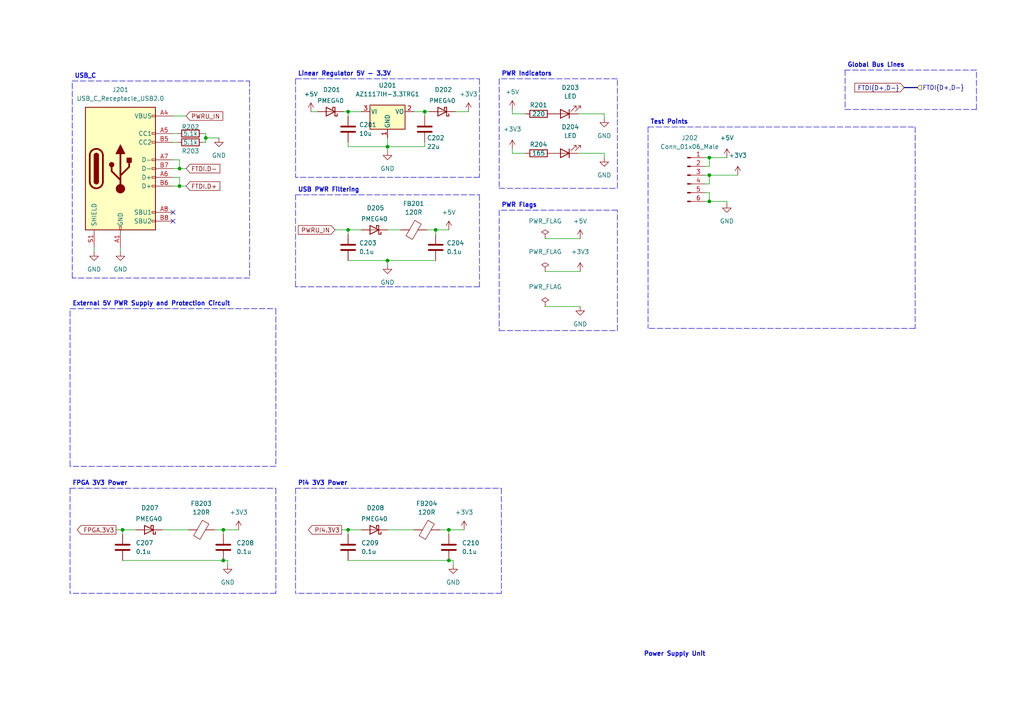
<source format=kicad_sch>
(kicad_sch (version 20211123) (generator eeschema)
  (paper "A4")
  (lib_symbols
    (symbol "Connector:Conn_01x06_Male" (pin_names (offset 1.016) hide)
      (property "Reference" "J" (at 0 7.62 0))
      (property "Value" "Conn_01x06_Male" (at 0 -10.16 0))
      (symbol "Conn_01x06_Male_1_1"
        (polyline (pts (xy 1.27 -7.62) (xy 0.8636 -7.62)) (stroke (width 0.1524)))
        (polyline (pts (xy 1.27 -5.08) (xy 0.8636 -5.08)) (stroke (width 0.1524)))
        (polyline (pts (xy 1.27 -2.54) (xy 0.8636 -2.54)) (stroke (width 0.1524)))
        (polyline (pts (xy 1.27 0) (xy 0.8636 0)) (stroke (width 0.1524)))
        (polyline (pts (xy 1.27 2.54) (xy 0.8636 2.54)) (stroke (width 0.1524)))
        (polyline (pts (xy 1.27 5.08) (xy 0.8636 5.08)) (stroke (width 0.1524)))
        (rectangle (start 0.8636 -7.493) (end 0 -7.747) (stroke (width 0.1524)) (fill (type outline)))
        (rectangle (start 0.8636 -4.953) (end 0 -5.207) (stroke (width 0.1524)) (fill (type outline)))
        (rectangle (start 0.8636 -2.413) (end 0 -2.667) (stroke (width 0.1524)) (fill (type outline)))
        (rectangle (start 0.8636 0.127) (end 0 -0.127) (stroke (width 0.1524)) (fill (type outline)))
        (rectangle (start 0.8636 2.667) (end 0 2.413) (stroke (width 0.1524)) (fill (type outline)))
        (rectangle (start 0.8636 5.207) (end 0 4.953) (stroke (width 0.1524)) (fill (type outline)))
        (pin passive line (at 5.08 5.08 180) (length 3.81) (name "Pin_1") (number "1"))
        (pin passive line (at 5.08 2.54 180) (length 3.81) (name "Pin_2") (number "2"))
        (pin passive line (at 5.08 0 180) (length 3.81) (name "Pin_3") (number "3"))
        (pin passive line (at 5.08 -2.54 180) (length 3.81) (name "Pin_4") (number "4"))
        (pin passive line (at 5.08 -5.08 180) (length 3.81) (name "Pin_5") (number "5"))
        (pin passive line (at 5.08 -7.62 180) (length 3.81) (name "Pin_6") (number "6"))
      )
    )
    (symbol "Connector:USB_C_Receptacle_USB2.0" (pin_names (offset 1.016))
      (property "Reference" "J" (at -10.16 19.05 0))
      (property "Value" "USB_C_Receptacle_USB2.0" (at 19.05 19.05 0))
      (symbol "USB_C_Receptacle_USB2.0_0_0"
        (rectangle (start -0.254 -17.78) (end 0.254 -16.764))
        (rectangle (start 10.16 -14.986) (end 9.144 -15.494))
        (rectangle (start 10.16 -12.446) (end 9.144 -12.954))
        (rectangle (start 10.16 -4.826) (end 9.144 -5.334))
        (rectangle (start 10.16 -2.286) (end 9.144 -2.794))
        (rectangle (start 10.16 0.254) (end 9.144 -0.254))
        (rectangle (start 10.16 2.794) (end 9.144 2.286))
        (rectangle (start 10.16 7.874) (end 9.144 7.366))
        (rectangle (start 10.16 10.414) (end 9.144 9.906))
        (rectangle (start 10.16 15.494) (end 9.144 14.986))
      )
      (symbol "USB_C_Receptacle_USB2.0_0_1"
        (rectangle (start -10.16 17.78) (end 10.16 -17.78) (stroke (width 0.254)) (fill (type background)))
        (arc (start -8.89 -3.81) (mid -6.985 -5.715) (end -5.08 -3.81) (stroke (width 0.508)))
        (arc (start -7.62 -3.81) (mid -6.985 -4.445) (end -6.35 -3.81) (stroke (width 0.254)))
        (arc (start -7.62 -3.81) (mid -6.985 -4.445) (end -6.35 -3.81) (stroke (width 0.254)) (fill (type outline)))
        (rectangle (start -7.62 -3.81) (end -6.35 3.81) (stroke (width 0.254)) (fill (type outline)))
        (arc (start -6.35 3.81) (mid -6.985 4.445) (end -7.62 3.81) (stroke (width 0.254)))
        (arc (start -6.35 3.81) (mid -6.985 4.445) (end -7.62 3.81) (stroke (width 0.254)) (fill (type outline)))
        (arc (start -5.08 3.81) (mid -6.985 5.715) (end -8.89 3.81) (stroke (width 0.508)))
        (circle (center -2.54 1.143) (radius 0.635) (stroke (width 0.254)) (fill (type outline)))
        (circle (center 0 -5.842) (radius 1.27) (fill (type outline)))
        (polyline (pts (xy -8.89 -3.81) (xy -8.89 3.81)) (stroke (width 0.508)))
        (polyline (pts (xy -5.08 3.81) (xy -5.08 -3.81)) (stroke (width 0.508)))
        (polyline (pts (xy 0 -5.842) (xy 0 4.318)) (stroke (width 0.508)))
        (polyline (pts (xy 0 -3.302) (xy -2.54 -0.762) (xy -2.54 0.508)) (stroke (width 0.508)))
        (polyline (pts (xy 0 -2.032) (xy 2.54 0.508) (xy 2.54 1.778)) (stroke (width 0.508)))
        (polyline (pts (xy -1.27 4.318) (xy 0 6.858) (xy 1.27 4.318) (xy -1.27 4.318)) (stroke (width 0.254)) (fill (type outline)))
        (rectangle (start 1.905 1.778) (end 3.175 3.048) (stroke (width 0.254)) (fill (type outline)))
      )
      (symbol "USB_C_Receptacle_USB2.0_1_1"
        (pin passive line (at 0 -22.86 90) (length 5.08) (name "GND") (number "A1"))
        (pin passive line (at 0 -22.86 90) (length 5.08) hide (name "GND") (number "A12"))
        (pin passive line (at 15.24 15.24 180) (length 5.08) (name "VBUS") (number "A4"))
        (pin bidirectional line (at 15.24 10.16 180) (length 5.08) (name "CC1") (number "A5"))
        (pin bidirectional line (at 15.24 -2.54 180) (length 5.08) (name "D+") (number "A6"))
        (pin bidirectional line (at 15.24 2.54 180) (length 5.08) (name "D-") (number "A7"))
        (pin bidirectional line (at 15.24 -12.7 180) (length 5.08) (name "SBU1") (number "A8"))
        (pin passive line (at 15.24 15.24 180) (length 5.08) hide (name "VBUS") (number "A9"))
        (pin passive line (at 0 -22.86 90) (length 5.08) hide (name "GND") (number "B1"))
        (pin passive line (at 0 -22.86 90) (length 5.08) hide (name "GND") (number "B12"))
        (pin passive line (at 15.24 15.24 180) (length 5.08) hide (name "VBUS") (number "B4"))
        (pin bidirectional line (at 15.24 7.62 180) (length 5.08) (name "CC2") (number "B5"))
        (pin bidirectional line (at 15.24 -5.08 180) (length 5.08) (name "D+") (number "B6"))
        (pin bidirectional line (at 15.24 0 180) (length 5.08) (name "D-") (number "B7"))
        (pin bidirectional line (at 15.24 -15.24 180) (length 5.08) (name "SBU2") (number "B8"))
        (pin passive line (at 15.24 15.24 180) (length 5.08) hide (name "VBUS") (number "B9"))
        (pin passive line (at -7.62 -22.86 90) (length 5.08) (name "SHIELD") (number "S1"))
      )
    )
    (symbol "Device:C" (pin_numbers hide) (pin_names (offset 0.254))
      (property "Reference" "C" (at 0.635 2.54 0))
      (property "Value" "C" (at 0.635 -2.54 0))
      (symbol "C_0_1"
        (polyline (pts (xy -2.032 -0.762) (xy 2.032 -0.762)) (stroke (width 0.508)))
        (polyline (pts (xy -2.032 0.762) (xy 2.032 0.762)) (stroke (width 0.508)))
      )
      (symbol "C_1_1"
        (pin passive line (at 0 3.81 270) (length 2.794) (name "~") (number "1"))
        (pin passive line (at 0 -3.81 90) (length 2.794) (name "~") (number "2"))
      )
    )
    (symbol "Device:D_Schottky" (pin_numbers hide) (pin_names (offset 1.016) hide)
      (property "Reference" "D" (at 0 2.54 0))
      (property "Value" "D_Schottky" (at 0 -2.54 0))
      (symbol "D_Schottky_0_1"
        (polyline (pts (xy 1.27 0) (xy -1.27 0)))
        (polyline (pts (xy 1.27 1.27) (xy 1.27 -1.27) (xy -1.27 0) (xy 1.27 1.27)) (stroke (width 0.254)))
        (polyline (pts (xy -1.905 0.635) (xy -1.905 1.27) (xy -1.27 1.27) (xy -1.27 -1.27) (xy -0.635 -1.27) (xy -0.635 -0.635)) (stroke (width 0.254)))
      )
      (symbol "D_Schottky_1_1"
        (pin passive line (at -3.81 0 0) (length 2.54) (name "K") (number "1"))
        (pin passive line (at 3.81 0 180) (length 2.54) (name "A") (number "2"))
      )
    )
    (symbol "Device:FerriteBead" (pin_numbers hide) (pin_names (offset 0))
      (property "Reference" "FB" (at -3.81 0.635 90))
      (property "Value" "FerriteBead" (at 3.81 0 90))
      (symbol "FerriteBead_0_1"
        (polyline (pts (xy 0 -1.27) (xy 0 -1.2192)))
        (polyline (pts (xy 0 1.27) (xy 0 1.2954)))
        (polyline (pts (xy -2.7686 0.4064) (xy -1.7018 2.2606) (xy 2.7686 -0.3048) (xy 1.6764 -2.159) (xy -2.7686 0.4064)))
      )
      (symbol "FerriteBead_1_1"
        (pin passive line (at 0 3.81 270) (length 2.54) (name "~") (number "1"))
        (pin passive line (at 0 -3.81 90) (length 2.54) (name "~") (number "2"))
      )
    )
    (symbol "Device:LED" (pin_numbers hide) (pin_names (offset 1.016) hide)
      (property "Reference" "D" (at 0 2.54 0))
      (property "Value" "LED" (at 0 -2.54 0))
      (symbol "LED_0_1"
        (polyline (pts (xy -1.27 -1.27) (xy -1.27 1.27)) (stroke (width 0.254)))
        (polyline (pts (xy -1.27 0) (xy 1.27 0)))
        (polyline (pts (xy 1.27 -1.27) (xy 1.27 1.27) (xy -1.27 0) (xy 1.27 -1.27)) (stroke (width 0.254)))
        (polyline (pts (xy -3.048 -0.762) (xy -4.572 -2.286) (xy -3.81 -2.286) (xy -4.572 -2.286) (xy -4.572 -1.524)))
        (polyline (pts (xy -1.778 -0.762) (xy -3.302 -2.286) (xy -2.54 -2.286) (xy -3.302 -2.286) (xy -3.302 -1.524)))
      )
      (symbol "LED_1_1"
        (pin passive line (at -3.81 0 0) (length 2.54) (name "K") (number "1"))
        (pin passive line (at 3.81 0 180) (length 2.54) (name "A") (number "2"))
      )
    )
    (symbol "Device:R" (pin_numbers hide) (pin_names (offset 0))
      (property "Reference" "R" (at 2.032 0 90))
      (property "Value" "R" (at 0 0 90))
      (symbol "R_0_1"
        (rectangle (start -1.016 -2.54) (end 1.016 2.54) (stroke (width 0.254)))
      )
      (symbol "R_1_1"
        (pin passive line (at 0 3.81 270) (length 1.27) (name "~") (number "1"))
        (pin passive line (at 0 -3.81 90) (length 1.27) (name "~") (number "2"))
      )
    )
    (symbol "Regulator_Linear:AZ1117-3.3" (pin_names (offset 0.254))
      (property "Reference" "U201" (at 0 7.62 0))
      (property "Value" "AZ1117IH-3.3TRG1" (at 0 5.08 0))
      (symbol "AZ1117-3.3_0_1"
        (rectangle (start -5.08 1.905) (end 5.08 -5.08) (stroke (width 0.254)) (fill (type background)))
      )
      (symbol "AZ1117-3.3_1_1"
        (pin power_in line (at 0 -7.62 90) (length 2.54) (name "GND") (number "1"))
        (pin output line (at 7.62 0 180) (length 2.54) (name "VO") (number "2"))
        (pin input line (at -7.62 0 0) (length 2.54) (name "VI") (number "3"))
      )
    )
    (symbol "power:+3V3" (power) (pin_names (offset 0))
      (property "Value" "+3V3" (at 0 3.556 0))
      (symbol "+3V3_0_1"
        (polyline (pts (xy -0.762 1.27) (xy 0 2.54)))
        (polyline (pts (xy 0 0) (xy 0 2.54)))
        (polyline (pts (xy 0 2.54) (xy 0.762 1.27)))
      )
      (symbol "+3V3_1_1"
        (pin power_in line (at 0 0 90) (length 0) hide (name "+3V3") (number "1"))
      )
    )
    (symbol "power:+5V" (power) (pin_names (offset 0))
      (property "Value" "+5V" (at 0 3.556 0))
      (symbol "+5V_0_1"
        (polyline (pts (xy -0.762 1.27) (xy 0 2.54)))
        (polyline (pts (xy 0 0) (xy 0 2.54)))
        (polyline (pts (xy 0 2.54) (xy 0.762 1.27)))
      )
      (symbol "+5V_1_1"
        (pin power_in line (at 0 0 90) (length 0) hide (name "+5V") (number "1"))
      )
    )
    (symbol "power:GND" (power) (pin_names (offset 0))
      (property "Value" "GND" (at 0 -3.81 0))
      (symbol "GND_0_1"
        (polyline (pts (xy 0 0) (xy 0 -1.27) (xy 1.27 -1.27) (xy 0 -2.54) (xy -1.27 -1.27) (xy 0 -1.27)))
      )
      (symbol "GND_1_1"
        (pin power_in line (at 0 0 270) (length 0) hide (name "GND") (number "1"))
      )
    )
    (symbol "power:PWR_FLAG" (power) (pin_numbers hide) (pin_names (offset 0) hide)
      (property "Value" "PWR_FLAG" (at 0 3.81 0))
      (symbol "PWR_FLAG_0_0"
        (pin power_out line (at 0 0 90) (length 0) (name "pwr") (number "1"))
      )
      (symbol "PWR_FLAG_0_1"
        (polyline (pts (xy 0 0) (xy 0 1.27) (xy -1.016 1.905) (xy 0 2.54) (xy 1.016 1.905) (xy 0 1.27)))
      )
    )
  )
  (junction (at 205.74 58.42))
  (junction (at 112.395 75.565))
  (junction (at 52.07 53.975))
  (junction (at 100.965 153.67))
  (junction (at 52.07 48.895))
  (junction (at 130.175 153.67))
  (junction (at 130.175 162.56))
  (junction (at 205.74 45.72))
  (junction (at 64.77 162.56))
  (junction (at 35.56 153.67))
  (junction (at 123.19 32.385))
  (junction (at 112.395 42.545))
  (junction (at 64.77 153.67))
  (junction (at 205.74 50.8))
  (junction (at 100.965 32.385))
  (junction (at 100.965 66.675))
  (junction (at 59.69 40.005))
  (junction (at 126.365 66.675))
  (no_connect (at 50.165 61.595))
  (no_connect (at 50.165 64.135))
  (polyline (pts (xy 72.39 80.645) (xy 20.955 80.645)))
  (wire (pts (xy 205.74 53.34) (xy 205.74 50.8)))
  (polyline (pts (xy 85.725 141.605) (xy 85.725 172.085)))
  (polyline (pts (xy 145.415 141.605) (xy 145.415 172.085)))
  (polyline (pts (xy 20.955 23.495) (xy 72.39 23.495)))
  (wire (pts (xy 59.69 40.005) (xy 63.5 40.005)))
  (polyline (pts (xy 283.21 31.75) (xy 283.21 20.32)))
  (wire (pts (xy 90.17 32.385) (xy 92.075 32.385)))
  (wire (pts (xy 204.47 48.26) (xy 205.74 48.26)))
  (wire (pts (xy 52.07 48.895) (xy 53.975 48.895)))
  (bus (pts (xy 262.255 25.4) (xy 266.065 25.4)))
  (wire (pts (xy 66.04 162.56) (xy 64.77 162.56)))
  (polyline (pts (xy 245.11 20.32) (xy 245.11 31.75)))
  (wire (pts (xy 204.47 45.72) (xy 205.74 45.72)))
  (polyline (pts (xy 85.725 141.605) (xy 145.415 141.605)))
  (polyline (pts (xy 283.21 20.32) (xy 245.11 20.32)))
  (wire (pts (xy 64.77 153.67) (xy 64.77 154.94)))
  (wire (pts (xy 97.155 66.675) (xy 100.965 66.675)))
  (polyline (pts (xy 179.07 54.61) (xy 179.07 22.86)))
  (wire (pts (xy 120.015 32.385) (xy 123.19 32.385)))
  (wire (pts (xy 99.06 153.67) (xy 100.965 153.67)))
  (polyline (pts (xy 265.43 95.25) (xy 187.96 95.25)))
  (polyline (pts (xy 144.78 95.885) (xy 179.07 95.885)))
  (wire (pts (xy 27.305 71.755) (xy 27.305 73.025)))
  (wire (pts (xy 148.59 44.45) (xy 152.4 44.45)))
  (polyline (pts (xy 20.32 89.535) (xy 80.01 89.535)))
  (wire (pts (xy 112.395 153.67) (xy 120.015 153.67)))
  (polyline (pts (xy 144.78 54.61) (xy 179.07 54.61)))
  (polyline (pts (xy 187.96 36.83) (xy 187.96 95.25)))
  (wire (pts (xy 204.47 50.8) (xy 205.74 50.8)))
  (wire (pts (xy 112.395 75.565) (xy 126.365 75.565)))
  (wire (pts (xy 123.19 32.385) (xy 123.19 33.655)))
  (wire (pts (xy 100.965 153.67) (xy 104.775 153.67)))
  (wire (pts (xy 35.56 153.67) (xy 35.56 154.94)))
  (polyline (pts (xy 139.065 83.185) (xy 85.725 83.185)))
  (wire (pts (xy 52.07 46.355) (xy 52.07 48.895)))
  (wire (pts (xy 35.56 162.56) (xy 64.77 162.56)))
  (wire (pts (xy 148.59 33.02) (xy 152.4 33.02)))
  (wire (pts (xy 59.69 38.735) (xy 59.69 40.005)))
  (wire (pts (xy 100.965 153.67) (xy 100.965 154.94)))
  (wire (pts (xy 205.74 45.72) (xy 210.82 45.72)))
  (wire (pts (xy 59.69 40.005) (xy 59.69 41.275)))
  (wire (pts (xy 148.59 43.18) (xy 148.59 44.45)))
  (polyline (pts (xy 20.955 80.645) (xy 20.955 23.495)))
  (wire (pts (xy 204.47 53.34) (xy 205.74 53.34)))
  (wire (pts (xy 100.965 32.385) (xy 100.965 33.655)))
  (wire (pts (xy 50.165 48.895) (xy 52.07 48.895)))
  (wire (pts (xy 69.215 153.67) (xy 64.77 153.67)))
  (wire (pts (xy 34.925 71.755) (xy 34.925 73.025)))
  (wire (pts (xy 134.62 153.67) (xy 130.175 153.67)))
  (wire (pts (xy 100.965 75.565) (xy 112.395 75.565)))
  (wire (pts (xy 50.165 38.735) (xy 51.435 38.735)))
  (wire (pts (xy 175.26 33.02) (xy 175.26 34.29)))
  (wire (pts (xy 50.165 51.435) (xy 52.07 51.435)))
  (wire (pts (xy 175.26 44.45) (xy 175.26 45.72)))
  (wire (pts (xy 158.115 88.9) (xy 168.275 88.9)))
  (polyline (pts (xy 187.96 36.83) (xy 265.43 36.83)))
  (wire (pts (xy 100.965 42.545) (xy 112.395 42.545)))
  (polyline (pts (xy 179.07 22.86) (xy 144.78 22.86)))
  (wire (pts (xy 204.47 55.88) (xy 205.74 55.88)))
  (wire (pts (xy 50.165 41.275) (xy 51.435 41.275)))
  (wire (pts (xy 33.655 153.67) (xy 35.56 153.67)))
  (polyline (pts (xy 139.065 56.515) (xy 139.065 83.185)))
  (wire (pts (xy 62.23 153.67) (xy 64.77 153.67)))
  (wire (pts (xy 112.395 42.545) (xy 112.395 40.005)))
  (wire (pts (xy 131.445 163.83) (xy 131.445 162.56)))
  (wire (pts (xy 123.825 66.675) (xy 126.365 66.675)))
  (wire (pts (xy 126.365 66.675) (xy 126.365 67.945)))
  (polyline (pts (xy 85.725 22.86) (xy 85.725 51.435)))
  (polyline (pts (xy 144.78 60.96) (xy 144.78 95.885)))
  (wire (pts (xy 158.115 69.215) (xy 168.275 69.215)))
  (polyline (pts (xy 90.17 22.86) (xy 139.065 22.86)))
  (wire (pts (xy 99.695 32.385) (xy 100.965 32.385)))
  (wire (pts (xy 59.055 38.735) (xy 59.69 38.735)))
  (wire (pts (xy 126.365 66.675) (xy 130.175 66.675)))
  (wire (pts (xy 112.395 75.565) (xy 112.395 76.835)))
  (wire (pts (xy 112.395 42.545) (xy 123.19 42.545)))
  (polyline (pts (xy 245.11 31.75) (xy 283.21 31.75)))
  (polyline (pts (xy 80.01 172.085) (xy 20.32 172.085)))
  (wire (pts (xy 205.74 50.8) (xy 213.995 50.8)))
  (wire (pts (xy 100.965 66.675) (xy 104.775 66.675)))
  (wire (pts (xy 52.07 51.435) (xy 52.07 53.975)))
  (polyline (pts (xy 265.43 36.83) (xy 265.43 95.25)))
  (wire (pts (xy 100.965 32.385) (xy 104.775 32.385)))
  (polyline (pts (xy 80.01 135.255) (xy 20.32 135.255)))
  (wire (pts (xy 50.165 33.655) (xy 53.975 33.655)))
  (wire (pts (xy 123.19 32.385) (xy 124.46 32.385)))
  (polyline (pts (xy 20.32 141.605) (xy 80.01 141.605)))
  (polyline (pts (xy 85.725 22.86) (xy 90.17 22.86)))
  (polyline (pts (xy 20.32 141.605) (xy 20.32 172.085)))
  (wire (pts (xy 131.445 162.56) (xy 130.175 162.56)))
  (wire (pts (xy 100.965 41.275) (xy 100.965 42.545)))
  (wire (pts (xy 148.59 31.75) (xy 148.59 33.02)))
  (polyline (pts (xy 80.01 141.605) (xy 80.01 172.085)))
  (polyline (pts (xy 139.065 22.86) (xy 139.065 51.435)))
  (wire (pts (xy 167.64 33.02) (xy 175.26 33.02)))
  (polyline (pts (xy 80.01 89.535) (xy 80.01 135.255)))
  (polyline (pts (xy 20.32 135.255) (xy 20.32 89.535)))
  (wire (pts (xy 100.965 66.675) (xy 100.965 67.945)))
  (wire (pts (xy 205.74 48.26) (xy 205.74 45.72)))
  (wire (pts (xy 112.395 66.675) (xy 116.205 66.675)))
  (wire (pts (xy 59.69 41.275) (xy 59.055 41.275)))
  (polyline (pts (xy 144.78 22.86) (xy 144.78 54.61)))
  (wire (pts (xy 112.395 42.545) (xy 112.395 43.815)))
  (wire (pts (xy 205.74 58.42) (xy 210.82 58.42)))
  (wire (pts (xy 205.74 58.42) (xy 204.47 58.42)))
  (polyline (pts (xy 179.07 60.96) (xy 144.78 60.96)))
  (wire (pts (xy 50.165 53.975) (xy 52.07 53.975)))
  (polyline (pts (xy 145.415 172.085) (xy 85.725 172.085)))
  (wire (pts (xy 205.74 55.88) (xy 205.74 58.42)))
  (wire (pts (xy 130.175 153.67) (xy 130.175 154.94)))
  (wire (pts (xy 52.07 53.975) (xy 53.975 53.975)))
  (polyline (pts (xy 139.065 51.435) (xy 85.725 51.435)))
  (wire (pts (xy 210.82 58.42) (xy 210.82 59.055)))
  (polyline (pts (xy 179.07 95.885) (xy 179.07 60.96)))
  (wire (pts (xy 66.04 163.83) (xy 66.04 162.56)))
  (wire (pts (xy 127.635 153.67) (xy 130.175 153.67)))
  (wire (pts (xy 50.165 46.355) (xy 52.07 46.355)))
  (wire (pts (xy 158.115 78.74) (xy 168.275 78.74)))
  (wire (pts (xy 167.64 44.45) (xy 175.26 44.45)))
  (polyline (pts (xy 72.39 23.495) (xy 72.39 80.645)))
  (polyline (pts (xy 85.725 83.185) (xy 85.725 56.515)))
  (wire (pts (xy 46.99 153.67) (xy 54.61 153.67)))
  (wire (pts (xy 123.19 42.545) (xy 123.19 41.275)))
  (wire (pts (xy 35.56 153.67) (xy 39.37 153.67)))
  (wire (pts (xy 132.08 32.385) (xy 135.89 32.385)))
  (polyline (pts (xy 85.725 56.515) (xy 139.065 56.515)))
  (wire (pts (xy 100.965 162.56) (xy 130.175 162.56)))
  (text "Test Points" (at 188.595 36.195 0) (effects (font (size 1.27 1.27) (thickness 0.254) bold) (justify left bottom)))
  (text "FPGA 3V3 Power" (at 20.955 140.97 0) (effects (font (size 1.27 1.27) (thickness 0.254) bold) (justify left bottom)))
  (text "USB PWR Filtering" (at 86.36 55.88 0) (effects (font (size 1.27 1.27) (thickness 0.254) bold) (justify left bottom)))
  (text "Global Bus Lines" (at 245.745 19.685 0) (effects (font (size 1.27 1.27) (thickness 0.254) bold) (justify left bottom)))
  (text "USB_C" (at 21.59 22.86 0) (effects (font (size 1.27 1.27) (thickness 0.254) bold) (justify left bottom)))
  (text "Linear Regulator 5V - 3.3V" (at 86.36 22.225 0) (effects (font (size 1.27 1.27) bold) (justify left bottom)))
  (text "PWR Indicators" (at 145.415 22.225 0) (effects (font (size 1.27 1.27) (thickness 0.254) bold) (justify left bottom)))
  (text "External 5V PWR Supply and Protection Circuit" (at 20.955 88.9 0) (effects (font (size 1.27 1.27) (thickness 0.254) bold) (justify left bottom)))
  (text "Pi4 3V3 Power" (at 86.36 140.97 0) (effects (font (size 1.27 1.27) (thickness 0.254) bold) (justify left bottom)))
  (text "Power Supply Unit" (at 186.69 190.5 0) (effects (font (size 1.27 1.27) bold) (justify left bottom)))
  (text "PWR Flags" (at 145.415 60.325 0) (effects (font (size 1.27 1.27) (thickness 0.254) bold) (justify left bottom)))
  (global_label "PWRU_IN" (shape input) (at 97.155 66.675 180) (property "Sayfalar Arası Referanslar" "${INTERSHEET_REFS}" (effects hide)))
  (global_label "PI4.3V3" (shape output) (at 99.06 153.67 180) (property "Intersheet References" "${INTERSHEET_REFS}" (effects hide)))
  (global_label "PWRU_IN" (shape input) (at 53.975 33.655 0) (property "Sayfalar Arası Referanslar" "${INTERSHEET_REFS}" (effects hide)))
  (global_label "FPGA.3V3" (shape output) (at 33.655 153.67 180) (property "Intersheet References" "${INTERSHEET_REFS}" (effects hide)))
  (global_label "FTDI.D-" (shape input) (at 53.975 48.895 0) (property "Sayfalar Arası Referanslar" "${INTERSHEET_REFS}" (effects hide)))
  (global_label "FTDI{D+,D-}" (shape input) (at 262.255 25.4 180) (property "Sayfalar Arası Referanslar" "${INTERSHEET_REFS}" (effects hide)))
  (global_label "FTDI.D+" (shape input) (at 53.975 53.975 0) (property "Sayfalar Arası Referanslar" "${INTERSHEET_REFS}" (effects hide)))
  (hierarchical_label "FTDI{D+,D-}" (shape input) (at 266.065 25.4 0))
  (symbol (lib_id "power:+5V") (at 168.275 69.215 0) (unit 1)
    (property "Reference" "#PWR0213" (effects hide))
    (property "Value" "+5V" (at 168.275 64.135 0))
  )
  (symbol (lib_id "Device:LED") (at 163.83 44.45 180) (unit 1)
    (property "Reference" "D204" (at 165.4175 36.83 0))
    (property "Value" "LED" (at 165.4175 39.37 0))
    (property "Footprint" "LED_SMD:LED_0402_1005Metric" (effects hide))
    (property "LCSC Part Number" "C131223" (effects hide))
    (property "LCSC" "C131223" (effects hide))
  )
  (symbol (lib_id "power:GND") (at 63.5 40.005 0) (unit 1)
    (property "Reference" "#PWR0205" (effects hide))
    (property "Value" "GND" (at 63.5 45.085 0))
  )
  (symbol (lib_id "Device:FerriteBead") (at 123.825 153.67 90) (unit 1)
    (property "Reference" "FB204" (at 123.7742 146.05 90))
    (property "Value" "120R" (at 123.7742 148.59 90))
    (property "Footprint" "Inductor_SMD:L_0603_1608Metric" (effects hide))
    (property "Datasheet" "https://www.digikey.com/en/products/detail/laird-signal-integrity-products/LI0603G121R-10/806607" (effects hide))
    (property "LCSC Part Number" "C279682" (effects hide))
    (property "LCSC" "C279682" (effects hide))
  )
  (symbol (lib_id "Connector:USB_C_Receptacle_USB2.0") (at 34.925 48.895 0) (unit 1)
    (property "Reference" "J201" (at 34.925 26.035 0))
    (property "Value" "USB_C_Receptacle_USB2.0" (at 34.925 28.575 0))
    (property "Footprint" "Connector_USB:USB_C_Receptacle_HRO_TYPE-C-31-M-12" (effects hide))
    (property "Datasheet" "https://www.usb.org/sites/default/files/documents/usb_type-c.zip" (effects hide))
    (property "LCSC Part Number" "C165948" (effects hide))
    (property "LCSC" "C165948" (effects hide))
  )
  (symbol (lib_id "Device:C") (at 100.965 158.75 0) (unit 1)
    (property "Reference" "C209" (at 104.775 157.4799 0) (effects (justify left)))
    (property "Value" "0.1u" (at 104.775 160.0199 0) (effects (justify left)))
    (property "Footprint" "Capacitor_SMD:C_0402_1005Metric" (effects hide))
    (property "LCSC Part Number" "C1525" (effects hide))
    (property "LCSC" "C1525" (effects hide))
  )
  (symbol (lib_id "Device:R") (at 156.21 33.02 90) (unit 1)
    (property "Reference" "R201" (at 156.21 30.48 90))
    (property "Value" "220" (at 156.21 33.02 90))
    (property "Footprint" "Resistor_SMD:R_0402_1005Metric" (effects hide))
    (property "LCSC Part Number" "C25091" (effects hide))
    (property "LCSC" "C25091" (effects hide))
  )
  (symbol (lib_id "Device:R") (at 55.245 41.275 270) (mirror x) (unit 1)
    (property "Reference" "R203" (at 55.245 43.815 90))
    (property "Value" "5.1k" (at 55.245 41.275 90))
    (property "Footprint" "Resistor_SMD:R_0402_1005Metric" (effects hide))
    (property "LCSC Part Number" "C105872" (effects hide))
    (property "LCSC" "C105872" (effects hide))
  )
  (symbol (lib_id "power:PWR_FLAG") (at 158.115 88.9 0) (unit 1)
    (property "Reference" "#FLG0203" (effects hide))
    (property "Value" "PWR_FLAG" (at 158.115 83.185 0))
  )
  (symbol (lib_id "power:+5V") (at 130.175 66.675 0) (unit 1)
    (property "Reference" "#PWR0212" (effects hide))
    (property "Value" "+5V" (at 130.175 61.595 0))
  )
  (symbol (lib_id "Device:C") (at 130.175 158.75 0) (unit 1)
    (property "Reference" "C210" (at 133.985 157.4799 0) (effects (justify left)))
    (property "Value" "0.1u" (at 133.985 160.0199 0) (effects (justify left)))
    (property "Footprint" "Capacitor_SMD:C_0402_1005Metric" (effects hide))
    (property "LCSC Part Number" "C1525" (effects hide))
    (property "LCSC" "C1525" (effects hide))
  )
  (symbol (lib_id "Device:C") (at 100.965 37.465 0) (unit 1)
    (property "Reference" "C201" (at 104.14 36.1949 0) (effects (justify left)))
    (property "Value" "10u" (at 104.14 38.7349 0) (effects (justify left)))
    (property "Footprint" "Capacitor_SMD:C_0402_1005Metric" (effects hide))
    (property "LCSC Part Number" "C76991" (effects hide))
    (property "LCSC" "C76991" (effects hide))
  )
  (symbol (lib_id "Device:D_Schottky") (at 95.885 32.385 180) (unit 1)
    (property "Reference" "D201" (at 96.2025 26.035 0))
    (property "Value" "PMEG40" (at 95.885 29.21 0))
    (property "Footprint" "Diode_SMD:D_SOD-323" (effects hide))
    (property "Datasheet" "https://www.digikey.com/en/products/detail/nexperia-usa-inc/PMEG4010BEA-115/2531810" (effects hide))
    (property "LCSC Part Number" "C36975" (effects hide))
    (property "LCSC" "C36975" (effects hide))
  )
  (symbol (lib_id "Device:D_Schottky") (at 128.27 32.385 180) (unit 1)
    (property "Reference" "D202" (at 128.5875 26.035 0))
    (property "Value" "PMEG40" (at 128.27 29.21 0))
    (property "Footprint" "Diode_SMD:D_SOD-323" (effects hide))
    (property "Datasheet" "https://www.digikey.com/en/products/detail/nexperia-usa-inc/PMEG4010BEA-115/2531810" (effects hide))
    (property "LCSC Part Number" "C36975" (effects hide))
    (property "LCSC" "C36975" (effects hide))
  )
  (symbol (lib_id "power:+3V3") (at 135.89 32.385 0) (unit 1)
    (property "Reference" "#PWR0203" (effects hide))
    (property "Value" "+3V3" (at 135.89 27.305 0))
  )
  (symbol (lib_id "Device:C") (at 126.365 71.755 0) (unit 1)
    (property "Reference" "C204" (at 129.54 70.4849 0) (effects (justify left)))
    (property "Value" "0.1u" (at 129.54 73.0249 0) (effects (justify left)))
    (property "Footprint" "Capacitor_SMD:C_0402_1005Metric" (effects hide))
    (property "LCSC Part Number" "C1525" (effects hide))
    (property "LCSC" "C1525" (effects hide))
  )
  (symbol (lib_id "Device:C") (at 100.965 71.755 0) (unit 1)
    (property "Reference" "C203" (at 104.14 70.4849 0) (effects (justify left)))
    (property "Value" "0.1u" (at 104.14 73.0249 0) (effects (justify left)))
    (property "Footprint" "Capacitor_SMD:C_0402_1005Metric" (effects hide))
    (property "LCSC Part Number" "C1525" (effects hide))
    (property "LCSC" "C1525" (effects hide))
  )
  (symbol (lib_id "Device:D_Schottky") (at 108.585 66.675 180) (unit 1)
    (property "Reference" "D205" (at 108.9025 60.325 0))
    (property "Value" "PMEG40" (at 108.585 63.5 0))
    (property "Footprint" "Diode_SMD:D_SOD-323" (effects hide))
    (property "Datasheet" "https://www.digikey.com/en/products/detail/nexperia-usa-inc/PMEG4010BEA-115/2531810" (effects hide))
    (property "LCSC Part Number" "C36975" (effects hide))
    (property "LCSC" "C36975" (effects hide))
  )
  (symbol (lib_id "power:GND") (at 112.395 43.815 0) (unit 1)
    (property "Reference" "#PWR0207" (effects hide))
    (property "Value" "GND" (at 112.395 48.895 0))
  )
  (symbol (lib_id "Device:C") (at 123.19 37.465 0) (unit 1)
    (property "Reference" "C202" (at 123.825 40.005 0) (effects (justify left)))
    (property "Value" "22u" (at 123.825 42.545 0) (effects (justify left)))
    (property "Footprint" "Capacitor_SMD:C_0402_1005Metric" (effects hide))
    (property "LCSC Part Number" "C907955" (effects hide))
    (property "LCSC" "C907955" (effects hide))
  )
  (symbol (lib_id "power:+5V") (at 90.17 32.385 0) (unit 1)
    (property "Reference" "#PWR0202" (effects hide))
    (property "Value" "+5V" (at 90.17 27.305 0))
  )
  (symbol (lib_id "power:PWR_FLAG") (at 158.115 69.215 0) (unit 1)
    (property "Reference" "#FLG0201" (effects hide))
    (property "Value" "PWR_FLAG" (at 158.115 64.135 0))
  )
  (symbol (lib_id "power:+3V3") (at 213.995 50.8 0) (unit 1)
    (property "Reference" "#PWR0210" (effects hide))
    (property "Value" "+3V3" (at 213.995 45.085 0))
  )
  (symbol (lib_id "power:+3V3") (at 148.59 43.18 0) (unit 1)
    (property "Reference" "#PWR0206" (effects hide))
    (property "Value" "+3V3" (at 148.59 37.465 0))
  )
  (symbol (lib_id "power:GND") (at 175.26 34.29 0) (unit 1)
    (property "Reference" "#PWR0204" (effects hide))
    (property "Value" "GND" (at 175.26 39.37 0))
  )
  (symbol (lib_id "Device:FerriteBead") (at 58.42 153.67 90) (unit 1)
    (property "Reference" "FB203" (at 58.3692 146.05 90))
    (property "Value" "120R" (at 58.3692 148.59 90))
    (property "Footprint" "Inductor_SMD:L_0603_1608Metric" (effects hide))
    (property "Datasheet" "https://www.digikey.com/en/products/detail/laird-signal-integrity-products/LI0603G121R-10/806607" (effects hide))
    (property "LCSC Part Number" "C279682" (effects hide))
    (property "LCSC" "C279682" (effects hide))
  )
  (symbol (lib_id "Connector:Conn_01x06_Male") (at 199.39 50.8 0) (unit 1)
    (property "Reference" "J202" (at 200.025 40.005 0))
    (property "Value" "Conn_01x06_Male" (at 200.025 42.545 0))
    (property "Footprint" "Connector_PinHeader_2.54mm:PinHeader_1x06_P2.54mm_Vertical" (effects hide))
  )
  (symbol (lib_id "power:GND") (at 175.26 45.72 0) (unit 1)
    (property "Reference" "#PWR0208" (effects hide))
    (property "Value" "GND" (at 175.26 50.8 0))
  )
  (symbol (lib_id "power:GND") (at 131.445 163.83 0) (unit 1)
    (property "Reference" "#PWR0225" (effects hide))
    (property "Value" "GND" (at 131.445 168.91 0))
  )
  (symbol (lib_id "Regulator_Linear:AZ1117-3.3") (at 112.395 32.385 0) (unit 1)
    (property "Reference" "U201" (at 112.395 24.765 0))
    (property "Value" "AZ1117IH-3.3TRG1" (at 112.395 27.305 0))
    (property "Footprint" "Package_TO_SOT_SMD:SOT-223-3_TabPin2" (effects hide))
    (property "Datasheet" "https://www.digikey.com/en/products/detail/diodes-incorporated/AZ1117IH-3-3TRG1/5699672" (effects hide))
    (property "LCSC Part Number" "C108495" (effects hide))
    (property "LCSC" "C108495" (effects hide))
  )
  (symbol (lib_id "power:+3V3") (at 134.62 153.67 0) (unit 1)
    (property "Reference" "#PWR0223" (effects hide))
    (property "Value" "+3V3" (at 134.62 148.59 0))
  )
  (symbol (lib_id "power:+5V") (at 148.59 31.75 0) (unit 1)
    (property "Reference" "#PWR0201" (effects hide))
    (property "Value" "+5V" (at 148.59 26.67 0))
  )
  (symbol (lib_id "power:GND") (at 210.82 59.055 0) (unit 1)
    (property "Reference" "#PWR0211" (effects hide))
    (property "Value" "GND" (at 210.82 64.135 0))
  )
  (symbol (lib_id "power:+5V") (at 210.82 45.72 0) (unit 1)
    (property "Reference" "#PWR0209" (effects hide))
    (property "Value" "+5V" (at 210.82 40.005 0))
  )
  (symbol (lib_id "Device:D_Schottky") (at 43.18 153.67 180) (unit 1)
    (property "Reference" "D207" (at 43.4975 147.32 0))
    (property "Value" "PMEG40" (at 43.18 150.495 0))
    (property "Footprint" "Diode_SMD:D_SOD-323" (effects hide))
    (property "Datasheet" "https://www.digikey.com/en/products/detail/nexperia-usa-inc/PMEG4010BEA-115/2531810" (effects hide))
    (property "LCSC Part Number" "C36975" (effects hide))
    (property "LCSC" "C36975" (effects hide))
  )
  (symbol (lib_id "power:GND") (at 168.275 88.9 0) (unit 1)
    (property "Reference" "#PWR0218" (effects hide))
    (property "Value" "GND" (at 168.275 93.98 0))
  )
  (symbol (lib_id "Device:C") (at 35.56 158.75 0) (unit 1)
    (property "Reference" "C207" (at 39.37 157.4799 0) (effects (justify left)))
    (property "Value" "0.1u" (at 39.37 160.0199 0) (effects (justify left)))
    (property "Footprint" "Capacitor_SMD:C_0402_1005Metric" (effects hide))
    (property "LCSC Part Number" "C1525" (effects hide))
    (property "LCSC" "C1525" (effects hide))
  )
  (symbol (lib_id "Device:D_Schottky") (at 108.585 153.67 180) (unit 1)
    (property "Reference" "D208" (at 108.9025 147.32 0))
    (property "Value" "PMEG40" (at 108.585 150.495 0))
    (property "Footprint" "Diode_SMD:D_SOD-323" (effects hide))
    (property "Datasheet" "https://www.digikey.com/en/products/detail/nexperia-usa-inc/PMEG4010BEA-115/2531810" (effects hide))
    (property "LCSC Part Number" "C36975" (effects hide))
    (property "LCSC" "C36975" (effects hide))
  )
  (symbol (lib_id "Device:R") (at 55.245 38.735 90) (unit 1)
    (property "Reference" "R202" (at 55.245 36.83 90))
    (property "Value" "5.1k" (at 55.245 38.735 90))
    (property "Footprint" "Resistor_SMD:R_0402_1005Metric" (effects hide))
    (property "LCSC Part Number" "C105872" (effects hide))
    (property "LCSC" "C105872" (effects hide))
  )
  (symbol (lib_id "Device:C") (at 64.77 158.75 0) (unit 1)
    (property "Reference" "C208" (at 68.58 157.4799 0) (effects (justify left)))
    (property "Value" "0.1u" (at 68.58 160.0199 0) (effects (justify left)))
    (property "Footprint" "Capacitor_SMD:C_0402_1005Metric" (effects hide))
    (property "LCSC Part Number" "C1525" (effects hide))
    (property "LCSC" "C1525" (effects hide))
  )
  (symbol (lib_id "Device:R") (at 156.21 44.45 90) (unit 1)
    (property "Reference" "R204" (at 156.21 41.91 90))
    (property "Value" "165" (at 156.21 44.45 90))
    (property "Footprint" "Resistor_SMD:R_0402_1005Metric" (effects hide))
    (property "LCSC Part Number" "C159101" (effects hide))
    (property "LCSC" "C159101" (effects hide))
  )
  (symbol (lib_id "power:GND") (at 27.305 73.025 0) (unit 1)
    (property "Reference" "#PWR0214" (effects hide))
    (property "Value" "GND" (at 27.305 78.105 0))
  )
  (symbol (lib_id "power:GND") (at 112.395 76.835 0) (unit 1)
    (property "Reference" "#PWR0216" (effects hide))
    (property "Value" "GND" (at 112.395 81.915 0))
  )
  (symbol (lib_id "power:GND") (at 34.925 73.025 0) (unit 1)
    (property "Reference" "#PWR0215" (effects hide))
    (property "Value" "GND" (at 34.925 78.105 0))
  )
  (symbol (lib_id "power:+3V3") (at 168.275 78.74 0) (unit 1)
    (property "Reference" "#PWR0217" (effects hide))
    (property "Value" "+3V3" (at 168.275 73.025 0))
  )
  (symbol (lib_id "power:PWR_FLAG") (at 158.115 78.74 0) (unit 1)
    (property "Reference" "#FLG0202" (effects hide))
    (property "Value" "PWR_FLAG" (at 158.115 73.025 0))
  )
  (symbol (lib_id "power:+3V3") (at 69.215 153.67 0) (unit 1)
    (property "Reference" "#PWR0222" (effects hide))
    (property "Value" "+3V3" (at 69.215 148.59 0))
  )
  (symbol (lib_id "Device:LED") (at 163.83 33.02 180) (unit 1)
    (property "Reference" "D203" (at 165.4175 25.4 0))
    (property "Value" "LED" (at 165.4175 27.94 0))
    (property "Footprint" "LED_SMD:LED_0402_1005Metric" (effects hide))
    (property "LCSC Part Number" "C136765" (effects hide))
    (property "LCSC" "C136765" (effects hide))
  )
  (symbol (lib_id "Device:FerriteBead") (at 120.015 66.675 90) (unit 1)
    (property "Reference" "FB201" (at 119.9642 59.055 90))
    (property "Value" "120R" (at 119.9642 61.595 90))
    (property "Footprint" "Inductor_SMD:L_0603_1608Metric" (effects hide))
    (property "Datasheet" "https://www.digikey.com/en/products/detail/laird-signal-integrity-products/LI0603G121R-10/806607" (effects hide))
    (property "LCSC Part Number" "C279682" (effects hide))
    (property "LCSC" "C279682" (effects hide))
  )
  (symbol (lib_id "power:GND") (at 66.04 163.83 0) (unit 1)
    (property "Reference" "#PWR0224" (effects hide))
    (property "Value" "GND" (at 66.04 168.91 0))
  )
)
</source>
